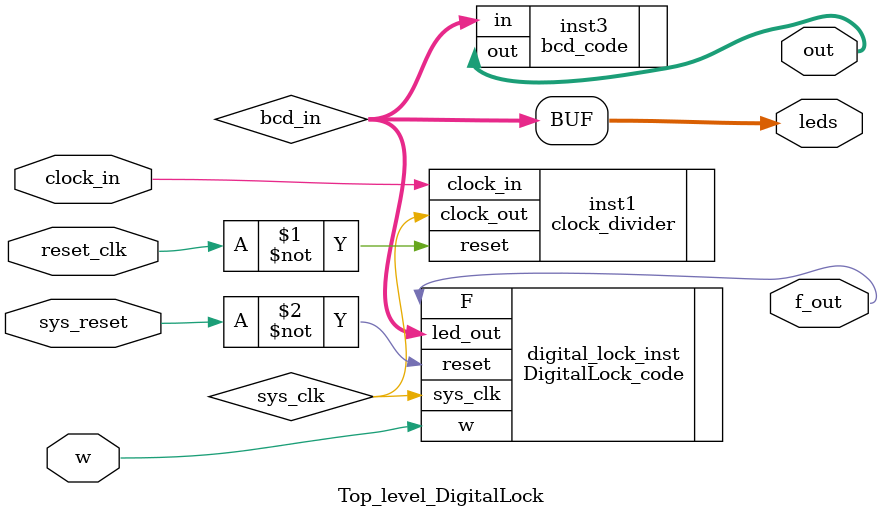
<source format=v>
module Top_level_DigitalLock (
	
input clock_in,
input sys_reset,
input reset_clk,
input w,
output f_out,
output [6:0] out,
output [3:0] leds);

wire sys_clk;
wire [3:0] bcd_in;

assign leds = bcd_in;


clock_divider  inst1 (
	.clock_in  (clock_in),
	.reset   (~reset_clk),
	.clock_out (sys_clk));
	
DigitalLock_code digital_lock_inst (
	.sys_clk (sys_clk),
	.reset   (~sys_reset),
	.w       (w),
	.F       (f_out),
	.led_out   (bcd_in)
);

bcd_code inst3 
(	.in(bcd_in),
	.out(out)
);

endmodule 
</source>
